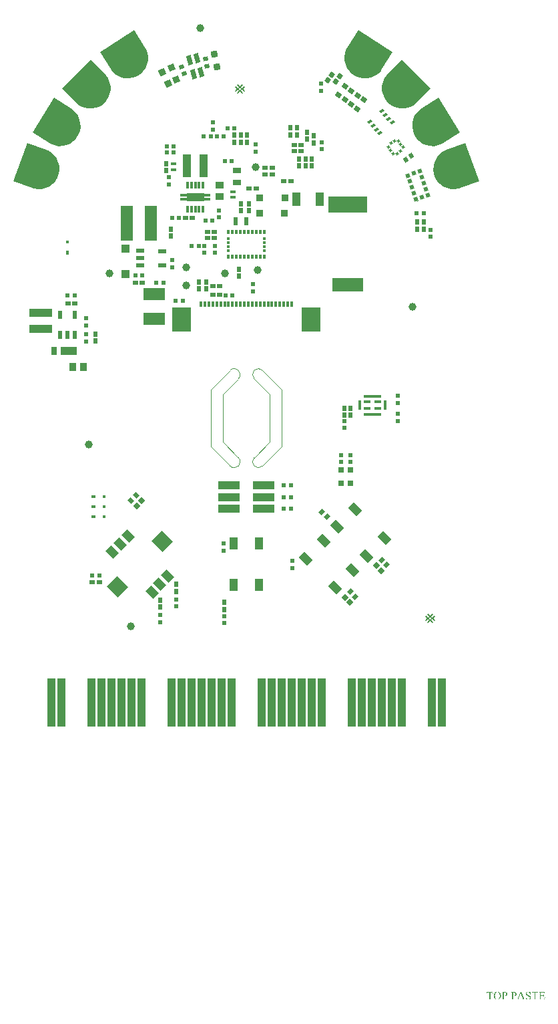
<source format=gtp>
G04*
G04 #@! TF.GenerationSoftware,Altium Limited,Altium Designer,18.1.9 (240)*
G04*
G04 Layer_Color=8421504*
%FSLAX44Y44*%
%MOMM*%
G71*
G01*
G75*
%ADD12C,0.1000*%
%ADD13C,0.1500*%
%ADD19C,0.1001*%
%ADD20R,0.5100X0.6000*%
%ADD21C,1.0000*%
G04:AMPARAMS|DCode=22|XSize=0.5mm|YSize=0.35mm|CornerRadius=0mm|HoleSize=0mm|Usage=FLASHONLY|Rotation=221.874|XOffset=0mm|YOffset=0mm|HoleType=Round|Shape=Rectangle|*
%AMROTATEDRECTD22*
4,1,4,0.0693,0.2972,0.3030,0.0366,-0.0693,-0.2972,-0.3030,-0.0366,0.0693,0.2972,0.0*
%
%ADD22ROTATEDRECTD22*%

G04:AMPARAMS|DCode=23|XSize=0.31mm|YSize=0.335mm|CornerRadius=0mm|HoleSize=0mm|Usage=FLASHONLY|Rotation=303.000|XOffset=0mm|YOffset=0mm|HoleType=Round|Shape=Rectangle|*
%AMROTATEDRECTD23*
4,1,4,-0.2249,0.0388,0.0561,0.2212,0.2249,-0.0388,-0.0561,-0.2212,-0.2249,0.0388,0.0*
%
%ADD23ROTATEDRECTD23*%

%ADD24R,2.4000X3.0500*%
%ADD25R,0.3000X0.8000*%
G04:AMPARAMS|DCode=26|XSize=1.2mm|YSize=0.6mm|CornerRadius=0mm|HoleSize=0mm|Usage=FLASHONLY|Rotation=105.969|XOffset=0mm|YOffset=0mm|HoleType=Round|Shape=Rectangle|*
%AMROTATEDRECTD26*
4,1,4,0.4535,-0.4943,-0.1234,-0.6594,-0.4535,0.4943,0.1234,0.6594,0.4535,-0.4943,0.0*
%
%ADD26ROTATEDRECTD26*%

G04:AMPARAMS|DCode=27|XSize=0.25mm|YSize=0.08mm|CornerRadius=0mm|HoleSize=0mm|Usage=FLASHONLY|Rotation=199.000|XOffset=0mm|YOffset=0mm|HoleType=Round|Shape=Rectangle|*
%AMROTATEDRECTD27*
4,1,4,0.1052,0.0785,0.1312,0.0029,-0.1052,-0.0785,-0.1312,-0.0029,0.1052,0.0785,0.0*
%
%ADD27ROTATEDRECTD27*%

%ADD28P,0.7071X4X244.0*%
%ADD29R,0.7000X0.4000*%
%ADD30R,0.5500X1.0500*%
%ADD31R,0.4000X0.4800*%
%ADD32R,0.3750X0.4170*%
%ADD33R,0.8000X1.0000*%
%ADD34R,2.0000X1.1000*%
%ADD35R,0.6200X0.6500*%
%ADD36R,0.6000X0.5100*%
%ADD37R,3.0000X1.0000*%
%ADD38R,0.8890X1.0414*%
%ADD39R,0.6500X0.6200*%
G04:AMPARAMS|DCode=40|XSize=0.335mm|YSize=0.31mm|CornerRadius=0mm|HoleSize=0mm|Usage=FLASHONLY|Rotation=303.000|XOffset=0mm|YOffset=0mm|HoleType=Round|Shape=Rectangle|*
%AMROTATEDRECTD40*
4,1,4,-0.2212,0.0561,0.0388,0.2249,0.2212,-0.0561,-0.0388,-0.2249,-0.2212,0.0561,0.0*
%
%ADD40ROTATEDRECTD40*%

G04:AMPARAMS|DCode=41|XSize=0.72mm|YSize=0.6mm|CornerRadius=0mm|HoleSize=0mm|Usage=FLASHONLY|Rotation=323.838|XOffset=0mm|YOffset=0mm|HoleType=Round|Shape=Rectangle|*
%AMROTATEDRECTD41*
4,1,4,-0.4677,-0.0298,-0.1136,0.4546,0.4677,0.0298,0.1136,-0.4546,-0.4677,-0.0298,0.0*
%
%ADD41ROTATEDRECTD41*%

%ADD42P,1.1314X4X338.0*%
%ADD43P,1.1314X4X341.0*%
%ADD44P,1.1314X4X144.5*%
%ADD45R,2.8000X1.0000*%
%ADD46R,0.8000X0.8000*%
%ADD47R,2.3000X0.3500*%
%ADD48R,0.3500X1.3000*%
%ADD49R,0.9500X0.4000*%
%ADD50R,1.5000X4.4000*%
%ADD51R,1.1176X1.7526*%
%ADD52R,4.0000X1.7000*%
%ADD53R,5.0000X2.0000*%
%ADD54R,1.0000X6.1470*%
%ADD55R,1.0000X3.0000*%
%ADD56R,0.4800X0.4000*%
%ADD57R,0.4170X0.3750*%
G04:AMPARAMS|DCode=58|XSize=0.51mm|YSize=0.6mm|CornerRadius=0mm|HoleSize=0mm|Usage=FLASHONLY|Rotation=135.000|XOffset=0mm|YOffset=0mm|HoleType=Round|Shape=Rectangle|*
%AMROTATEDRECTD58*
4,1,4,0.3925,0.0318,-0.0318,-0.3925,-0.3925,-0.0318,0.0318,0.3925,0.3925,0.0318,0.0*
%
%ADD58ROTATEDRECTD58*%

G04:AMPARAMS|DCode=59|XSize=0.51mm|YSize=0.6mm|CornerRadius=0mm|HoleSize=0mm|Usage=FLASHONLY|Rotation=45.000|XOffset=0mm|YOffset=0mm|HoleType=Round|Shape=Rectangle|*
%AMROTATEDRECTD59*
4,1,4,0.0318,-0.3925,-0.3925,0.0318,-0.0318,0.3925,0.3925,-0.0318,0.0318,-0.3925,0.0*
%
%ADD59ROTATEDRECTD59*%

G04:AMPARAMS|DCode=60|XSize=0.51mm|YSize=0.6mm|CornerRadius=0mm|HoleSize=0mm|Usage=FLASHONLY|Rotation=110.000|XOffset=0mm|YOffset=0mm|HoleType=Round|Shape=Rectangle|*
%AMROTATEDRECTD60*
4,1,4,0.3691,-0.1370,-0.1947,-0.3422,-0.3691,0.1370,0.1947,0.3422,0.3691,-0.1370,0.0*
%
%ADD60ROTATEDRECTD60*%

G04:AMPARAMS|DCode=61|XSize=0.51mm|YSize=0.6mm|CornerRadius=0mm|HoleSize=0mm|Usage=FLASHONLY|Rotation=102.500|XOffset=0mm|YOffset=0mm|HoleType=Round|Shape=Rectangle|*
%AMROTATEDRECTD61*
4,1,4,0.3481,-0.1840,-0.2377,-0.3139,-0.3481,0.1840,0.2377,0.3139,0.3481,-0.1840,0.0*
%
%ADD61ROTATEDRECTD61*%

G04:AMPARAMS|DCode=62|XSize=0.51mm|YSize=0.6mm|CornerRadius=0mm|HoleSize=0mm|Usage=FLASHONLY|Rotation=212.703|XOffset=0mm|YOffset=0mm|HoleType=Round|Shape=Rectangle|*
%AMROTATEDRECTD62*
4,1,4,0.0525,0.3902,0.3767,-0.1147,-0.0525,-0.3902,-0.3767,0.1147,0.0525,0.3902,0.0*
%
%ADD62ROTATEDRECTD62*%

G04:AMPARAMS|DCode=63|XSize=0.65mm|YSize=0.62mm|CornerRadius=0mm|HoleSize=0mm|Usage=FLASHONLY|Rotation=135.000|XOffset=0mm|YOffset=0mm|HoleType=Round|Shape=Rectangle|*
%AMROTATEDRECTD63*
4,1,4,0.4490,-0.0106,0.0106,-0.4490,-0.4490,0.0106,-0.0106,0.4490,0.4490,-0.0106,0.0*
%
%ADD63ROTATEDRECTD63*%

G04:AMPARAMS|DCode=64|XSize=0.65mm|YSize=0.62mm|CornerRadius=0mm|HoleSize=0mm|Usage=FLASHONLY|Rotation=225.000|XOffset=0mm|YOffset=0mm|HoleType=Round|Shape=Rectangle|*
%AMROTATEDRECTD64*
4,1,4,0.0106,0.4490,0.4490,0.0106,-0.0106,-0.4490,-0.4490,-0.0106,0.0106,0.4490,0.0*
%
%ADD64ROTATEDRECTD64*%

G04:AMPARAMS|DCode=65|XSize=0.65mm|YSize=0.62mm|CornerRadius=0mm|HoleSize=0mm|Usage=FLASHONLY|Rotation=233.000|XOffset=0mm|YOffset=0mm|HoleType=Round|Shape=Rectangle|*
%AMROTATEDRECTD65*
4,1,4,-0.0520,0.4461,0.4432,0.0730,0.0520,-0.4461,-0.4432,-0.0730,-0.0520,0.4461,0.0*
%
%ADD65ROTATEDRECTD65*%

%ADD66R,0.6000X1.1000*%
%ADD67R,0.9000X0.9500*%
%ADD68R,1.0414X0.8890*%
%ADD69R,1.0000X0.6500*%
%ADD70R,2.7940X1.5240*%
%ADD71R,1.1000X1.1000*%
%ADD72R,1.1000X0.6000*%
%ADD73R,0.3000X0.8750*%
%ADD74R,2.2000X1.1000*%
%ADD75R,0.8750X0.3000*%
%ADD76R,0.3000X0.5250*%
%ADD77R,0.4250X0.3000*%
G04:AMPARAMS|DCode=78|XSize=1.35mm|YSize=1mm|CornerRadius=0mm|HoleSize=0mm|Usage=FLASHONLY|Rotation=315.000|XOffset=0mm|YOffset=0mm|HoleType=Round|Shape=Rectangle|*
%AMROTATEDRECTD78*
4,1,4,-0.8309,0.1237,-0.1237,0.8309,0.8309,-0.1237,0.1237,-0.8309,-0.8309,0.1237,0.0*
%
%ADD78ROTATEDRECTD78*%

G04:AMPARAMS|DCode=79|XSize=2mm|YSize=1.8mm|CornerRadius=0mm|HoleSize=0mm|Usage=FLASHONLY|Rotation=315.000|XOffset=0mm|YOffset=0mm|HoleType=Round|Shape=Rectangle|*
%AMROTATEDRECTD79*
4,1,4,-1.3435,0.0707,-0.0707,1.3435,1.3435,-0.0707,0.0707,-1.3435,-1.3435,0.0707,0.0*
%
%ADD79ROTATEDRECTD79*%

G04:AMPARAMS|DCode=80|XSize=1.55mm|YSize=1mm|CornerRadius=0mm|HoleSize=0mm|Usage=FLASHONLY|Rotation=135.000|XOffset=0mm|YOffset=0mm|HoleType=Round|Shape=Rectangle|*
%AMROTATEDRECTD80*
4,1,4,0.9016,-0.1945,0.1945,-0.9016,-0.9016,0.1945,-0.1945,0.9016,0.9016,-0.1945,0.0*
%
%ADD80ROTATEDRECTD80*%

%ADD81R,1.0000X1.5500*%
G36*
X185701Y243567D02*
X172161Y222314D01*
X170798Y220175D01*
X167291Y216511D01*
X163136Y213601D01*
X158493Y211558D01*
X153541Y210461D01*
X148470Y210350D01*
X143475Y211231D01*
X138747Y213069D01*
X134469Y215795D01*
X130805Y219302D01*
X127896Y223457D01*
X125853Y228100D01*
X124755Y233052D01*
X124644Y238123D01*
X125525Y243118D01*
X127364Y247846D01*
X128726Y249985D01*
X142266Y271238D01*
X185701Y243567D01*
D02*
G37*
G36*
X-128606Y249795D02*
X-127262Y247644D01*
X-125465Y242901D01*
X-124628Y237898D01*
X-124783Y232828D01*
X-125924Y227885D01*
X-128007Y223261D01*
X-130953Y219131D01*
X-134647Y215656D01*
X-138949Y212968D01*
X-143692Y211171D01*
X-148695Y210334D01*
X-153765Y210489D01*
X-158707Y211630D01*
X-163332Y213713D01*
X-167461Y216658D01*
X-170937Y220353D01*
X-172281Y222504D01*
X-172281Y222504D01*
X-185635Y243874D01*
X-141960Y271165D01*
X-128606Y249795D01*
D02*
G37*
G36*
X234016Y197601D02*
X216197Y179781D01*
X214404Y177988D01*
X210187Y175170D01*
X205501Y173229D01*
X200526Y172239D01*
X195453D01*
X190478Y173229D01*
X185792Y175170D01*
X181575Y177988D01*
X177988Y181575D01*
X175170Y185792D01*
X173229Y190478D01*
X172239Y195453D01*
Y200526D01*
X173229Y205501D01*
X175170Y210187D01*
X177988Y214404D01*
X179781Y216197D01*
X179781D01*
X197601Y234017D01*
X234016Y197601D01*
D02*
G37*
G36*
X-179781Y216197D02*
X-177988Y214404D01*
X-175170Y210187D01*
X-173229Y205501D01*
X-172239Y200526D01*
Y195453D01*
X-173229Y190478D01*
X-175170Y185792D01*
X-177988Y181575D01*
X-181575Y177988D01*
X-185792Y175170D01*
X-190478Y173229D01*
X-195453Y172239D01*
X-200526D01*
X-205501Y173229D01*
X-210187Y175170D01*
X-214404Y177988D01*
X-216197Y179781D01*
X-216197Y179781D01*
X-234017Y197601D01*
X-197601Y234016D01*
X-179781Y216197D01*
D02*
G37*
G36*
X271238Y142266D02*
X249985Y128726D01*
X247846Y127364D01*
X243118Y125525D01*
X238123Y124644D01*
X233052Y124755D01*
X228100Y125853D01*
X223457Y127896D01*
X219302Y130805D01*
X215795Y134469D01*
X213069Y138747D01*
X211231Y143475D01*
X210350Y148470D01*
X210461Y153541D01*
X211558Y158493D01*
X213601Y163136D01*
X216511Y167291D01*
X220175Y170798D01*
X222314Y172161D01*
X222314Y172161D01*
X243567Y185701D01*
X271238Y142266D01*
D02*
G37*
G36*
X-222314Y172161D02*
X-220175Y170798D01*
X-216511Y167291D01*
X-213601Y163136D01*
X-211558Y158493D01*
X-210461Y153541D01*
X-210350Y148470D01*
X-211231Y143475D01*
X-213069Y138747D01*
X-215795Y134469D01*
X-219302Y130805D01*
X-223457Y127896D01*
X-228100Y125853D01*
X-233052Y124755D01*
X-238123Y124644D01*
X-243118Y125525D01*
X-247846Y127364D01*
X-249985Y128726D01*
X-249985D01*
X-271238Y142266D01*
X-243567Y185701D01*
X-222314Y172161D01*
D02*
G37*
G36*
X295601Y80187D02*
X271920Y71568D01*
X269537Y70701D01*
X264524Y69929D01*
X259457Y70151D01*
X254529Y71356D01*
X249932Y73500D01*
X245842Y76499D01*
X242415Y80239D01*
X239784Y84575D01*
X238049Y89342D01*
X237277Y94355D01*
X237499Y99422D01*
X238704Y104349D01*
X240848Y108946D01*
X243847Y113037D01*
X247587Y116464D01*
X251923Y119095D01*
X254306Y119963D01*
Y119963D01*
X277987Y128581D01*
X295601Y80187D01*
D02*
G37*
G36*
X-254306Y119963D02*
X-251923Y119095D01*
X-247587Y116464D01*
X-243847Y113037D01*
X-240848Y108946D01*
X-238704Y104349D01*
X-237499Y99422D01*
X-237277Y94355D01*
X-238049Y89342D01*
X-239784Y84575D01*
X-242415Y80239D01*
X-245842Y76499D01*
X-249932Y73500D01*
X-254529Y71356D01*
X-259457Y70151D01*
X-264524Y69929D01*
X-269537Y70701D01*
X-271920Y71568D01*
X-295601Y80187D01*
X-277987Y128581D01*
X-254306Y119963D01*
D02*
G37*
G36*
X360316Y-949824D02*
X360049D01*
Y-949809D01*
Y-949780D01*
X360035Y-949735D01*
X360020Y-949661D01*
X359990Y-949498D01*
X359946Y-949276D01*
X359887Y-949039D01*
X359798Y-948787D01*
X359709Y-948536D01*
X359590Y-948314D01*
X359576Y-948284D01*
X359531Y-948225D01*
X359457Y-948121D01*
X359353Y-947988D01*
X359220Y-947855D01*
X359057Y-947706D01*
X358880Y-947558D01*
X358657Y-947425D01*
X358628Y-947410D01*
X358554Y-947366D01*
X358435Y-947321D01*
X358272Y-947247D01*
X358080Y-947188D01*
X357873Y-947144D01*
X357636Y-947099D01*
X357399Y-947085D01*
X357280D01*
X357147Y-947114D01*
X356969Y-947144D01*
X356777Y-947203D01*
X356570Y-947277D01*
X356377Y-947395D01*
X356185Y-947543D01*
X356170Y-947558D01*
X356110Y-947618D01*
X356036Y-947721D01*
X355947Y-947840D01*
X355859Y-947988D01*
X355785Y-948166D01*
X355725Y-948358D01*
X355711Y-948565D01*
Y-948580D01*
Y-948639D01*
X355725Y-948713D01*
X355755Y-948832D01*
X355785Y-948950D01*
X355829Y-949084D01*
X355903Y-949217D01*
X356007Y-949365D01*
X356036Y-949395D01*
X356066Y-949424D01*
X356096Y-949454D01*
X356155Y-949513D01*
X356229Y-949572D01*
X356333Y-949646D01*
X356436Y-949735D01*
X356570Y-949824D01*
X356717Y-949942D01*
X356880Y-950046D01*
X357073Y-950179D01*
X357295Y-950313D01*
X357532Y-950461D01*
X357799Y-950609D01*
X358095Y-950772D01*
X358110Y-950787D01*
X358154Y-950801D01*
X358228Y-950846D01*
X358317Y-950890D01*
X358420Y-950949D01*
X358539Y-951023D01*
X358820Y-951186D01*
X359131Y-951364D01*
X359427Y-951542D01*
X359694Y-951720D01*
X359813Y-951808D01*
X359916Y-951882D01*
X359946Y-951897D01*
X360005Y-951956D01*
X360094Y-952030D01*
X360197Y-952134D01*
X360331Y-952267D01*
X360449Y-952430D01*
X360583Y-952593D01*
X360686Y-952786D01*
X360701Y-952815D01*
X360731Y-952875D01*
X360775Y-952978D01*
X360819Y-953111D01*
X360864Y-953274D01*
X360908Y-953467D01*
X360938Y-953674D01*
X360953Y-953882D01*
Y-953896D01*
Y-953926D01*
Y-953985D01*
X360938Y-954059D01*
X360923Y-954163D01*
X360908Y-954267D01*
X360849Y-954518D01*
X360745Y-954814D01*
X360686Y-954962D01*
X360597Y-955125D01*
X360494Y-955288D01*
X360390Y-955436D01*
X360257Y-955599D01*
X360109Y-955747D01*
X360094Y-955762D01*
X360064Y-955777D01*
X360020Y-955821D01*
X359961Y-955866D01*
X359872Y-955925D01*
X359768Y-955999D01*
X359650Y-956073D01*
X359516Y-956132D01*
X359368Y-956206D01*
X359205Y-956280D01*
X358835Y-956414D01*
X358406Y-956503D01*
X358184Y-956517D01*
X357932Y-956532D01*
X357784D01*
X357680Y-956517D01*
X357562D01*
X357428Y-956503D01*
X357147Y-956458D01*
X357132D01*
X357103Y-956443D01*
X357043D01*
X356954Y-956414D01*
X356836Y-956384D01*
X356673Y-956340D01*
X356481Y-956280D01*
X356244Y-956206D01*
X356214Y-956191D01*
X356140Y-956177D01*
X356022Y-956132D01*
X355888Y-956088D01*
X355740Y-956058D01*
X355592Y-956014D01*
X355474Y-955999D01*
X355385Y-955984D01*
X355355D01*
X355281Y-955999D01*
X355192Y-956029D01*
X355103Y-956103D01*
X355089Y-956117D01*
X355074Y-956147D01*
X355044Y-956191D01*
X355029Y-956251D01*
X355000Y-956325D01*
X354970Y-956414D01*
X354955Y-956532D01*
X354689D01*
Y-953260D01*
X354955D01*
Y-953274D01*
X354970Y-953304D01*
Y-953363D01*
X354985Y-953422D01*
X355000Y-953511D01*
X355029Y-953615D01*
X355089Y-953837D01*
X355148Y-954089D01*
X355237Y-954355D01*
X355340Y-954592D01*
X355444Y-954814D01*
X355459Y-954829D01*
X355503Y-954903D01*
X355577Y-954992D01*
X355681Y-955110D01*
X355814Y-955244D01*
X355977Y-955377D01*
X356170Y-955525D01*
X356392Y-955658D01*
X356407D01*
X356421Y-955673D01*
X356510Y-955703D01*
X356629Y-955762D01*
X356806Y-955821D01*
X357014Y-955881D01*
X357251Y-955940D01*
X357502Y-955969D01*
X357784Y-955984D01*
X357873D01*
X357932Y-955969D01*
X358095Y-955955D01*
X358287Y-955925D01*
X358509Y-955866D01*
X358746Y-955792D01*
X358968Y-955673D01*
X359176Y-955525D01*
X359205Y-955510D01*
X359265Y-955436D01*
X359339Y-955348D01*
X359442Y-955214D01*
X359531Y-955051D01*
X359620Y-954859D01*
X359679Y-954651D01*
X359694Y-954415D01*
Y-954400D01*
Y-954355D01*
X359679Y-954281D01*
X359664Y-954192D01*
X359650Y-954089D01*
X359605Y-953970D01*
X359561Y-953837D01*
X359487Y-953704D01*
X359472Y-953689D01*
X359457Y-953644D01*
X359398Y-953570D01*
X359339Y-953482D01*
X359265Y-953378D01*
X359161Y-953274D01*
X359042Y-953156D01*
X358894Y-953037D01*
X358880Y-953023D01*
X358835Y-952993D01*
X358746Y-952934D01*
X358598Y-952845D01*
X358509Y-952786D01*
X358406Y-952712D01*
X358272Y-952638D01*
X358139Y-952563D01*
X357976Y-952475D01*
X357799Y-952371D01*
X357606Y-952253D01*
X357384Y-952134D01*
X357369Y-952119D01*
X357325Y-952104D01*
X357266Y-952075D01*
X357191Y-952016D01*
X357088Y-951956D01*
X356969Y-951897D01*
X356703Y-951734D01*
X356421Y-951571D01*
X356125Y-951379D01*
X355859Y-951201D01*
X355740Y-951112D01*
X355637Y-951038D01*
X355607Y-951023D01*
X355548Y-950964D01*
X355459Y-950875D01*
X355340Y-950772D01*
X355222Y-950639D01*
X355089Y-950476D01*
X354955Y-950313D01*
X354852Y-950135D01*
X354837Y-950105D01*
X354807Y-950046D01*
X354763Y-949942D01*
X354718Y-949809D01*
X354674Y-949661D01*
X354630Y-949469D01*
X354600Y-949276D01*
X354585Y-949054D01*
Y-949039D01*
Y-949010D01*
Y-948950D01*
X354600Y-948876D01*
X354615Y-948787D01*
X354630Y-948684D01*
X354689Y-948447D01*
X354778Y-948166D01*
X354911Y-947869D01*
X355000Y-947721D01*
X355118Y-947558D01*
X355237Y-947425D01*
X355370Y-947277D01*
X355385Y-947262D01*
X355400Y-947247D01*
X355444Y-947203D01*
X355518Y-947159D01*
X355592Y-947099D01*
X355681Y-947040D01*
X355799Y-946966D01*
X355918Y-946892D01*
X356214Y-946759D01*
X356555Y-946640D01*
X356940Y-946551D01*
X357162Y-946537D01*
X357384Y-946522D01*
X357517D01*
X357665Y-946537D01*
X357873Y-946566D01*
X358110Y-946611D01*
X358391Y-946685D01*
X358687Y-946774D01*
X358998Y-946907D01*
X359013D01*
X359057Y-946936D01*
X359131Y-946951D01*
X359220Y-946981D01*
X359398Y-947040D01*
X359487Y-947055D01*
X359561Y-947070D01*
X359590D01*
X359664Y-947055D01*
X359768Y-947025D01*
X359857Y-946966D01*
X359872Y-946951D01*
X359901Y-946922D01*
X359931Y-946877D01*
X359961Y-946818D01*
X359990Y-946729D01*
X360020Y-946640D01*
X360049Y-946522D01*
X360316D01*
Y-949824D01*
D02*
G37*
G36*
X378323Y-948847D02*
X378041D01*
Y-948832D01*
Y-948817D01*
X378012Y-948728D01*
X377982Y-948595D01*
X377938Y-948432D01*
X377893Y-948254D01*
X377834Y-948091D01*
X377760Y-947929D01*
X377701Y-947810D01*
X377686Y-947795D01*
X377671Y-947766D01*
X377627Y-947706D01*
X377567Y-947647D01*
X377494Y-947588D01*
X377405Y-947514D01*
X377286Y-947440D01*
X377168Y-947381D01*
X377153D01*
X377108Y-947366D01*
X377034Y-947336D01*
X376946Y-947321D01*
X376797Y-947292D01*
X376635Y-947277D01*
X376427Y-947262D01*
X373554D01*
Y-951038D01*
X375805D01*
X375939Y-951023D01*
X376116Y-951009D01*
X376294Y-950979D01*
X376472Y-950935D01*
X376635Y-950875D01*
X376753Y-950801D01*
X376768Y-950787D01*
X376812Y-950742D01*
X376871Y-950653D01*
X376946Y-950535D01*
X377020Y-950372D01*
X377079Y-950179D01*
X377138Y-949928D01*
X377168Y-949646D01*
X377434D01*
Y-952978D01*
X377168D01*
Y-952963D01*
Y-952949D01*
X377153Y-952860D01*
X377123Y-952741D01*
X377108Y-952608D01*
X377079Y-952460D01*
X377034Y-952312D01*
X377005Y-952178D01*
X376960Y-952090D01*
Y-952075D01*
X376931Y-952045D01*
X376871Y-951956D01*
X376812Y-951897D01*
X376738Y-951823D01*
X376649Y-951764D01*
X376546Y-951705D01*
X376531D01*
X376487Y-951675D01*
X376427Y-951660D01*
X376338Y-951631D01*
X376205Y-951601D01*
X376057Y-951586D01*
X375879Y-951557D01*
X373554D01*
Y-954725D01*
Y-954755D01*
Y-954829D01*
Y-954933D01*
Y-955066D01*
X373569Y-955199D01*
Y-955318D01*
X373584Y-955436D01*
X373599Y-955510D01*
X373614Y-955525D01*
X373643Y-955584D01*
X373703Y-955658D01*
X373791Y-955718D01*
X373806D01*
X373821Y-955732D01*
X373865Y-955747D01*
X373910D01*
X373984Y-955762D01*
X374088Y-955777D01*
X374206Y-955792D01*
X376250D01*
X376427Y-955777D01*
X376620Y-955762D01*
X376812Y-955747D01*
X376990Y-955718D01*
X377153Y-955688D01*
X377168D01*
X377212Y-955658D01*
X377286Y-955629D01*
X377375Y-955584D01*
X377494Y-955525D01*
X377612Y-955451D01*
X377730Y-955362D01*
X377864Y-955244D01*
X377878Y-955229D01*
X377938Y-955155D01*
X378027Y-955051D01*
X378145Y-954903D01*
X378278Y-954725D01*
X378426Y-954489D01*
X378589Y-954222D01*
X378767Y-953911D01*
X379048D01*
X378219Y-956310D01*
X370845D01*
Y-956043D01*
X371230D01*
X371289Y-956029D01*
X371378D01*
X371585Y-955984D01*
X371807Y-955895D01*
X371822D01*
X371852Y-955866D01*
X371940Y-955807D01*
X372044Y-955703D01*
X372089Y-955629D01*
X372118Y-955555D01*
Y-955540D01*
X372133Y-955510D01*
X372148Y-955451D01*
X372163Y-955348D01*
X372177Y-955229D01*
X372192Y-955066D01*
X372207Y-954859D01*
Y-954622D01*
Y-948402D01*
Y-948388D01*
Y-948358D01*
Y-948314D01*
Y-948254D01*
X372192Y-948106D01*
X372177Y-947929D01*
X372163Y-947736D01*
X372133Y-947558D01*
X372074Y-947395D01*
X372044Y-947336D01*
X372014Y-947292D01*
X372000Y-947277D01*
X371970Y-947247D01*
X371911Y-947203D01*
X371822Y-947144D01*
X371703Y-947099D01*
X371555Y-947055D01*
X371378Y-947025D01*
X371170Y-947010D01*
X370845D01*
Y-946744D01*
X378219D01*
X378323Y-948847D01*
D02*
G37*
G36*
X370178Y-948980D02*
X369897D01*
Y-948950D01*
X369882Y-948876D01*
X369867Y-948773D01*
X369838Y-948654D01*
X369778Y-948373D01*
X369734Y-948240D01*
X369689Y-948136D01*
X369675Y-948121D01*
X369645Y-948077D01*
X369601Y-948003D01*
X369527Y-947914D01*
X369453Y-947810D01*
X369349Y-947721D01*
X369230Y-947618D01*
X369097Y-947543D01*
X369082Y-947529D01*
X369038Y-947514D01*
X368949Y-947484D01*
X368845Y-947440D01*
X368712Y-947395D01*
X368549Y-947366D01*
X368357Y-947351D01*
X368149Y-947336D01*
X366817D01*
Y-954651D01*
Y-954666D01*
Y-954696D01*
Y-954740D01*
Y-954800D01*
X366832Y-954948D01*
X366846Y-955125D01*
X366861Y-955318D01*
X366891Y-955496D01*
X366935Y-955644D01*
X366965Y-955718D01*
X366994Y-955762D01*
X367009Y-955777D01*
X367039Y-955807D01*
X367113Y-955851D01*
X367202Y-955895D01*
X367320Y-955955D01*
X367453Y-955999D01*
X367631Y-956029D01*
X367824Y-956043D01*
X368164D01*
Y-956310D01*
X364107D01*
Y-956043D01*
X364551D01*
X364655Y-956029D01*
X364788Y-955999D01*
X364921Y-955955D01*
X365069Y-955895D01*
X365203Y-955807D01*
X365306Y-955688D01*
X365321Y-955673D01*
X365336Y-955644D01*
X365365Y-955570D01*
X365395Y-955481D01*
X365425Y-955333D01*
X365440Y-955155D01*
X365469Y-954933D01*
Y-954651D01*
Y-947336D01*
X364092D01*
X363944Y-947351D01*
X363633Y-947381D01*
X363485Y-947410D01*
X363366Y-947440D01*
X363352D01*
X363307Y-947469D01*
X363233Y-947499D01*
X363144Y-947558D01*
X363055Y-947618D01*
X362937Y-947721D01*
X362833Y-947825D01*
X362730Y-947958D01*
X362715Y-947973D01*
X362685Y-948032D01*
X362641Y-948106D01*
X362596Y-948225D01*
X362552Y-948373D01*
X362493Y-948550D01*
X362463Y-948758D01*
X362434Y-948980D01*
X362167D01*
X362271Y-946744D01*
X370075D01*
X370178Y-948980D01*
D02*
G37*
G36*
X312811D02*
X312530D01*
Y-948950D01*
X312515Y-948876D01*
X312500Y-948773D01*
X312471Y-948654D01*
X312411Y-948373D01*
X312367Y-948240D01*
X312323Y-948136D01*
X312308Y-948121D01*
X312278Y-948077D01*
X312234Y-948003D01*
X312160Y-947914D01*
X312086Y-947810D01*
X311982Y-947721D01*
X311863Y-947618D01*
X311730Y-947543D01*
X311715Y-947529D01*
X311671Y-947514D01*
X311582Y-947484D01*
X311479Y-947440D01*
X311345Y-947395D01*
X311182Y-947366D01*
X310990Y-947351D01*
X310783Y-947336D01*
X309450D01*
Y-954651D01*
Y-954666D01*
Y-954696D01*
Y-954740D01*
Y-954800D01*
X309465Y-954948D01*
X309479Y-955125D01*
X309494Y-955318D01*
X309524Y-955496D01*
X309568Y-955644D01*
X309598Y-955718D01*
X309627Y-955762D01*
X309642Y-955777D01*
X309672Y-955807D01*
X309746Y-955851D01*
X309835Y-955895D01*
X309953Y-955955D01*
X310086Y-955999D01*
X310264Y-956029D01*
X310457Y-956043D01*
X310797D01*
Y-956310D01*
X306740D01*
Y-956043D01*
X307184D01*
X307288Y-956029D01*
X307421Y-955999D01*
X307554Y-955955D01*
X307702Y-955895D01*
X307836Y-955807D01*
X307939Y-955688D01*
X307954Y-955673D01*
X307969Y-955644D01*
X307999Y-955570D01*
X308028Y-955481D01*
X308058Y-955333D01*
X308073Y-955155D01*
X308102Y-954933D01*
Y-954651D01*
Y-947336D01*
X306725D01*
X306577Y-947351D01*
X306266Y-947381D01*
X306118Y-947410D01*
X306000Y-947440D01*
X305985D01*
X305940Y-947469D01*
X305866Y-947499D01*
X305777Y-947558D01*
X305688Y-947618D01*
X305570Y-947721D01*
X305466Y-947825D01*
X305363Y-947958D01*
X305348Y-947973D01*
X305318Y-948032D01*
X305274Y-948106D01*
X305229Y-948225D01*
X305185Y-948373D01*
X305126Y-948550D01*
X305096Y-948758D01*
X305067Y-948980D01*
X304800D01*
X304904Y-946744D01*
X312708D01*
X312811Y-948980D01*
D02*
G37*
G36*
X339318Y-946759D02*
X339436D01*
X339718Y-946774D01*
X340043Y-946803D01*
X340384Y-946862D01*
X340710Y-946922D01*
X341006Y-947010D01*
X341021D01*
X341036Y-947025D01*
X341124Y-947055D01*
X341273Y-947129D01*
X341436Y-947218D01*
X341643Y-947351D01*
X341850Y-947499D01*
X342057Y-947692D01*
X342250Y-947914D01*
X342280Y-947943D01*
X342339Y-948017D01*
X342413Y-948151D01*
X342517Y-948328D01*
X342605Y-948550D01*
X342694Y-948802D01*
X342753Y-949084D01*
X342768Y-949395D01*
Y-949409D01*
Y-949439D01*
Y-949513D01*
X342753Y-949587D01*
X342739Y-949691D01*
X342724Y-949809D01*
X342665Y-950076D01*
X342576Y-950372D01*
X342442Y-950698D01*
X342354Y-950846D01*
X342250Y-951009D01*
X342117Y-951157D01*
X341983Y-951305D01*
X341969Y-951320D01*
X341954Y-951334D01*
X341909Y-951364D01*
X341835Y-951423D01*
X341761Y-951468D01*
X341672Y-951527D01*
X341554Y-951601D01*
X341421Y-951660D01*
X341273Y-951734D01*
X341110Y-951794D01*
X340932Y-951868D01*
X340740Y-951912D01*
X340532Y-951956D01*
X340310Y-952001D01*
X340058Y-952016D01*
X339807Y-952030D01*
X339585D01*
X339466Y-952016D01*
X339347D01*
X339051Y-951986D01*
X339037D01*
X338977Y-951971D01*
X338903D01*
X338800Y-951956D01*
X338666Y-951927D01*
X338533Y-951897D01*
X338207Y-951838D01*
Y-954622D01*
Y-954637D01*
Y-954666D01*
Y-954711D01*
Y-954770D01*
X338222Y-954918D01*
X338237Y-955096D01*
X338252Y-955288D01*
X338296Y-955481D01*
X338341Y-955629D01*
X338370Y-955703D01*
X338400Y-955747D01*
X338415Y-955762D01*
X338444Y-955792D01*
X338518Y-955836D01*
X338607Y-955895D01*
X338711Y-955955D01*
X338844Y-955999D01*
X339007Y-956029D01*
X339199Y-956043D01*
X339570D01*
Y-956310D01*
X335497D01*
Y-956043D01*
X335956D01*
X336060Y-956029D01*
X336179Y-955999D01*
X336327Y-955955D01*
X336460Y-955881D01*
X336593Y-955792D01*
X336712Y-955658D01*
Y-955644D01*
X336741Y-955614D01*
X336756Y-955540D01*
X336786Y-955451D01*
X336815Y-955303D01*
X336830Y-955125D01*
X336860Y-954903D01*
Y-954622D01*
Y-948432D01*
Y-948417D01*
Y-948388D01*
Y-948343D01*
Y-948284D01*
X336845Y-948136D01*
X336830Y-947958D01*
X336815Y-947766D01*
X336786Y-947588D01*
X336726Y-947425D01*
X336697Y-947366D01*
X336667Y-947321D01*
X336652Y-947307D01*
X336623Y-947277D01*
X336549Y-947218D01*
X336460Y-947159D01*
X336342Y-947114D01*
X336208Y-947055D01*
X336045Y-947025D01*
X335853Y-947010D01*
X335497D01*
Y-946744D01*
X339199D01*
X339318Y-946759D01*
D02*
G37*
G36*
X327679D02*
X327797D01*
X328078Y-946774D01*
X328404Y-946803D01*
X328745Y-946862D01*
X329071Y-946922D01*
X329367Y-947010D01*
X329382D01*
X329396Y-947025D01*
X329485Y-947055D01*
X329633Y-947129D01*
X329796Y-947218D01*
X330004Y-947351D01*
X330211Y-947499D01*
X330418Y-947692D01*
X330611Y-947914D01*
X330640Y-947943D01*
X330700Y-948017D01*
X330774Y-948151D01*
X330877Y-948328D01*
X330966Y-948550D01*
X331055Y-948802D01*
X331114Y-949084D01*
X331129Y-949395D01*
Y-949409D01*
Y-949439D01*
Y-949513D01*
X331114Y-949587D01*
X331099Y-949691D01*
X331085Y-949809D01*
X331025Y-950076D01*
X330937Y-950372D01*
X330803Y-950698D01*
X330714Y-950846D01*
X330611Y-951009D01*
X330477Y-951157D01*
X330344Y-951305D01*
X330329Y-951320D01*
X330314Y-951334D01*
X330270Y-951364D01*
X330196Y-951423D01*
X330122Y-951468D01*
X330033Y-951527D01*
X329915Y-951601D01*
X329781Y-951660D01*
X329633Y-951734D01*
X329470Y-951794D01*
X329293Y-951868D01*
X329100Y-951912D01*
X328893Y-951956D01*
X328671Y-952001D01*
X328419Y-952016D01*
X328167Y-952030D01*
X327945D01*
X327827Y-952016D01*
X327708D01*
X327412Y-951986D01*
X327397D01*
X327338Y-951971D01*
X327264D01*
X327160Y-951956D01*
X327027Y-951927D01*
X326894Y-951897D01*
X326568Y-951838D01*
Y-954622D01*
Y-954637D01*
Y-954666D01*
Y-954711D01*
Y-954770D01*
X326583Y-954918D01*
X326598Y-955096D01*
X326613Y-955288D01*
X326657Y-955481D01*
X326701Y-955629D01*
X326731Y-955703D01*
X326761Y-955747D01*
X326775Y-955762D01*
X326805Y-955792D01*
X326879Y-955836D01*
X326968Y-955895D01*
X327071Y-955955D01*
X327205Y-955999D01*
X327368Y-956029D01*
X327560Y-956043D01*
X327930D01*
Y-956310D01*
X323858D01*
Y-956043D01*
X324317D01*
X324421Y-956029D01*
X324539Y-955999D01*
X324687Y-955955D01*
X324821Y-955881D01*
X324954Y-955792D01*
X325072Y-955658D01*
Y-955644D01*
X325102Y-955614D01*
X325117Y-955540D01*
X325146Y-955451D01*
X325176Y-955303D01*
X325191Y-955125D01*
X325220Y-954903D01*
Y-954622D01*
Y-948432D01*
Y-948417D01*
Y-948388D01*
Y-948343D01*
Y-948284D01*
X325206Y-948136D01*
X325191Y-947958D01*
X325176Y-947766D01*
X325146Y-947588D01*
X325087Y-947425D01*
X325058Y-947366D01*
X325028Y-947321D01*
X325013Y-947307D01*
X324984Y-947277D01*
X324910Y-947218D01*
X324821Y-947159D01*
X324702Y-947114D01*
X324569Y-947055D01*
X324406Y-947025D01*
X324214Y-947010D01*
X323858D01*
Y-946744D01*
X327560D01*
X327679Y-946759D01*
D02*
G37*
G36*
X351890Y-954489D02*
Y-954503D01*
X351905Y-954533D01*
X351935Y-954577D01*
X351964Y-954637D01*
X352038Y-954814D01*
X352127Y-955007D01*
X352245Y-955214D01*
X352364Y-955422D01*
X352497Y-955599D01*
X352556Y-955673D01*
X352616Y-955732D01*
X352631Y-955747D01*
X352675Y-955777D01*
X352749Y-955821D01*
X352853Y-955881D01*
X352986Y-955925D01*
X353134Y-955984D01*
X353312Y-956014D01*
X353519Y-956043D01*
Y-956310D01*
X349758D01*
Y-956043D01*
X349846D01*
X349950Y-956029D01*
X350069Y-956014D01*
X350320Y-955955D01*
X350424Y-955925D01*
X350513Y-955866D01*
X350528Y-955851D01*
X350542Y-955836D01*
X350617Y-955747D01*
X350691Y-955629D01*
X350705Y-955555D01*
X350720Y-955466D01*
Y-955451D01*
Y-955407D01*
X350705Y-955333D01*
X350691Y-955229D01*
X350646Y-955096D01*
X350602Y-954918D01*
X350528Y-954725D01*
X350439Y-954489D01*
X349876Y-953111D01*
X346174D01*
X345537Y-954622D01*
X345523Y-954651D01*
X345493Y-954711D01*
X345463Y-954814D01*
X345419Y-954933D01*
X345330Y-955214D01*
X345300Y-955333D01*
X345286Y-955451D01*
Y-955466D01*
Y-955481D01*
X345315Y-955584D01*
X345374Y-955703D01*
X345419Y-955777D01*
X345493Y-955836D01*
X345508D01*
X345537Y-955866D01*
X345597Y-955895D01*
X345685Y-955925D01*
X345804Y-955955D01*
X345967Y-955999D01*
X346159Y-956029D01*
X346396Y-956043D01*
Y-956310D01*
X343375D01*
Y-956043D01*
X343405D01*
X343479Y-956029D01*
X343583Y-955999D01*
X343701Y-955969D01*
X343834Y-955925D01*
X343953Y-955881D01*
X344071Y-955836D01*
X344145Y-955777D01*
X344160Y-955762D01*
X344205Y-955703D01*
X344279Y-955614D01*
X344382Y-955481D01*
X344501Y-955288D01*
X344634Y-955051D01*
X344708Y-954918D01*
X344782Y-954755D01*
X344871Y-954592D01*
X344945Y-954400D01*
X348321Y-946522D01*
X348558D01*
X351890Y-954489D01*
D02*
G37*
G36*
X318631Y-946537D02*
X318764D01*
X318927Y-946566D01*
X319105Y-946596D01*
X319327Y-946640D01*
X319549Y-946700D01*
X319801Y-946774D01*
X320052Y-946862D01*
X320319Y-946981D01*
X320586Y-947114D01*
X320867Y-947277D01*
X321133Y-947469D01*
X321400Y-947692D01*
X321666Y-947943D01*
X321681Y-947958D01*
X321726Y-948003D01*
X321800Y-948091D01*
X321889Y-948195D01*
X321992Y-948343D01*
X322096Y-948506D01*
X322229Y-948699D01*
X322363Y-948921D01*
X322481Y-949158D01*
X322614Y-949439D01*
X322718Y-949720D01*
X322836Y-950031D01*
X322910Y-950372D01*
X322985Y-950727D01*
X323029Y-951097D01*
X323044Y-951482D01*
Y-951512D01*
Y-951571D01*
X323029Y-951690D01*
Y-951838D01*
X322999Y-952030D01*
X322970Y-952253D01*
X322925Y-952489D01*
X322866Y-952756D01*
X322792Y-953023D01*
X322703Y-953319D01*
X322599Y-953615D01*
X322466Y-953926D01*
X322303Y-954222D01*
X322126Y-954533D01*
X321903Y-954814D01*
X321666Y-955096D01*
X321652Y-955110D01*
X321607Y-955155D01*
X321533Y-955229D01*
X321415Y-955318D01*
X321282Y-955422D01*
X321133Y-955555D01*
X320941Y-955673D01*
X320734Y-955807D01*
X320497Y-955955D01*
X320245Y-956073D01*
X319978Y-956191D01*
X319682Y-956310D01*
X319371Y-956399D01*
X319046Y-956473D01*
X318690Y-956517D01*
X318335Y-956532D01*
X318246D01*
X318142Y-956517D01*
X318009Y-956503D01*
X317831Y-956488D01*
X317639Y-956458D01*
X317417Y-956414D01*
X317180Y-956354D01*
X316928Y-956280D01*
X316661Y-956191D01*
X316380Y-956073D01*
X316099Y-955940D01*
X315817Y-955792D01*
X315551Y-955599D01*
X315284Y-955392D01*
X315018Y-955140D01*
X315003Y-955125D01*
X314958Y-955081D01*
X314899Y-954992D01*
X314810Y-954888D01*
X314707Y-954740D01*
X314603Y-954577D01*
X314470Y-954385D01*
X314351Y-954163D01*
X314233Y-953911D01*
X314114Y-953630D01*
X313996Y-953334D01*
X313892Y-953008D01*
X313803Y-952667D01*
X313744Y-952297D01*
X313700Y-951912D01*
X313685Y-951497D01*
Y-951468D01*
Y-951394D01*
X313700Y-951275D01*
X313715Y-951112D01*
X313729Y-950920D01*
X313774Y-950698D01*
X313818Y-950446D01*
X313877Y-950179D01*
X313966Y-949883D01*
X314055Y-949587D01*
X314188Y-949276D01*
X314336Y-948965D01*
X314514Y-948654D01*
X314722Y-948358D01*
X314958Y-948062D01*
X315225Y-947781D01*
X315240Y-947766D01*
X315284Y-947721D01*
X315358Y-947662D01*
X315462Y-947588D01*
X315595Y-947484D01*
X315758Y-947381D01*
X315936Y-947262D01*
X316128Y-947144D01*
X316365Y-947040D01*
X316602Y-946922D01*
X316869Y-946818D01*
X317150Y-946714D01*
X317461Y-946640D01*
X317772Y-946581D01*
X318113Y-946537D01*
X318453Y-946522D01*
X318542D01*
X318631Y-946537D01*
D02*
G37*
%LPC*%
G36*
X339125Y-947321D02*
X338977D01*
X338874Y-947336D01*
X338740Y-947351D01*
X338592Y-947381D01*
X338415Y-947425D01*
X338207Y-947469D01*
Y-951438D01*
X338222D01*
X338266Y-951453D01*
X338341Y-951468D01*
X338429Y-951482D01*
X338637Y-951512D01*
X338859Y-951542D01*
X338903D01*
X338963Y-951557D01*
X339037D01*
X339185Y-951571D01*
X339377D01*
X339466Y-951557D01*
X339614Y-951542D01*
X339792Y-951497D01*
X339984Y-951438D01*
X340192Y-951334D01*
X340414Y-951201D01*
X340621Y-951009D01*
X340651Y-950979D01*
X340710Y-950905D01*
X340784Y-950787D01*
X340888Y-950609D01*
X340991Y-950402D01*
X341065Y-950150D01*
X341124Y-949868D01*
X341154Y-949543D01*
Y-949513D01*
Y-949439D01*
X341139Y-949321D01*
X341124Y-949158D01*
X341095Y-948980D01*
X341036Y-948787D01*
X340976Y-948595D01*
X340888Y-948388D01*
X340873Y-948358D01*
X340843Y-948299D01*
X340784Y-948210D01*
X340710Y-948091D01*
X340606Y-947958D01*
X340488Y-947825D01*
X340340Y-947692D01*
X340177Y-947588D01*
X340162Y-947573D01*
X340103Y-947543D01*
X339999Y-947499D01*
X339881Y-947455D01*
X339718Y-947410D01*
X339540Y-947366D01*
X339347Y-947336D01*
X339125Y-947321D01*
D02*
G37*
G36*
X327486D02*
X327338D01*
X327234Y-947336D01*
X327101Y-947351D01*
X326953Y-947381D01*
X326775Y-947425D01*
X326568Y-947469D01*
Y-951438D01*
X326583D01*
X326627Y-951453D01*
X326701Y-951468D01*
X326790Y-951482D01*
X326997Y-951512D01*
X327220Y-951542D01*
X327264D01*
X327323Y-951557D01*
X327397D01*
X327545Y-951571D01*
X327738D01*
X327827Y-951557D01*
X327975Y-951542D01*
X328153Y-951497D01*
X328345Y-951438D01*
X328552Y-951334D01*
X328774Y-951201D01*
X328982Y-951009D01*
X329011Y-950979D01*
X329071Y-950905D01*
X329145Y-950787D01*
X329248Y-950609D01*
X329352Y-950402D01*
X329426Y-950150D01*
X329485Y-949868D01*
X329515Y-949543D01*
Y-949513D01*
Y-949439D01*
X329500Y-949321D01*
X329485Y-949158D01*
X329456Y-948980D01*
X329396Y-948787D01*
X329337Y-948595D01*
X329248Y-948388D01*
X329234Y-948358D01*
X329204Y-948299D01*
X329145Y-948210D01*
X329071Y-948091D01*
X328967Y-947958D01*
X328848Y-947825D01*
X328700Y-947692D01*
X328537Y-947588D01*
X328523Y-947573D01*
X328464Y-947543D01*
X328360Y-947499D01*
X328241Y-947455D01*
X328078Y-947410D01*
X327901Y-947366D01*
X327708Y-947336D01*
X327486Y-947321D01*
D02*
G37*
G36*
X348055Y-948743D02*
X346396Y-952593D01*
X349654D01*
X348055Y-948743D01*
D02*
G37*
G36*
X318320Y-947025D02*
X318201D01*
X318113Y-947040D01*
X317994Y-947055D01*
X317876Y-947070D01*
X317579Y-947144D01*
X317254Y-947262D01*
X317076Y-947336D01*
X316913Y-947425D01*
X316735Y-947543D01*
X316572Y-947677D01*
X316410Y-947825D01*
X316262Y-947988D01*
X316247Y-948003D01*
X316217Y-948047D01*
X316173Y-948106D01*
X316113Y-948210D01*
X316039Y-948328D01*
X315951Y-948476D01*
X315877Y-948654D01*
X315788Y-948861D01*
X315684Y-949098D01*
X315610Y-949350D01*
X315521Y-949646D01*
X315447Y-949957D01*
X315388Y-950298D01*
X315343Y-950653D01*
X315314Y-951053D01*
X315299Y-951468D01*
Y-951497D01*
Y-951571D01*
Y-951690D01*
X315314Y-951853D01*
X315329Y-952045D01*
X315358Y-952267D01*
X315388Y-952519D01*
X315417Y-952801D01*
X315477Y-953082D01*
X315536Y-953378D01*
X315625Y-953674D01*
X315714Y-953985D01*
X315832Y-954281D01*
X315965Y-954563D01*
X316113Y-954829D01*
X316291Y-955081D01*
X316306Y-955096D01*
X316321Y-955125D01*
X316365Y-955170D01*
X316424Y-955229D01*
X316513Y-955303D01*
X316602Y-955377D01*
X316706Y-955466D01*
X316839Y-955555D01*
X317120Y-955732D01*
X317476Y-955881D01*
X317668Y-955940D01*
X317876Y-955984D01*
X318083Y-956014D01*
X318320Y-956029D01*
X318453D01*
X318542Y-956014D01*
X318661Y-955999D01*
X318794Y-955969D01*
X318942Y-955940D01*
X319105Y-955895D01*
X319282Y-955836D01*
X319460Y-955777D01*
X319638Y-955688D01*
X319830Y-955584D01*
X320008Y-955466D01*
X320201Y-955318D01*
X320378Y-955155D01*
X320541Y-954977D01*
X320556Y-954962D01*
X320586Y-954933D01*
X320630Y-954859D01*
X320674Y-954770D01*
X320748Y-954666D01*
X320822Y-954518D01*
X320896Y-954355D01*
X320985Y-954163D01*
X321074Y-953956D01*
X321148Y-953704D01*
X321222Y-953437D01*
X321296Y-953141D01*
X321341Y-952801D01*
X321385Y-952460D01*
X321415Y-952075D01*
X321430Y-951660D01*
Y-951631D01*
Y-951557D01*
Y-951423D01*
X321415Y-951260D01*
X321400Y-951053D01*
X321385Y-950816D01*
X321356Y-950564D01*
X321311Y-950283D01*
X321193Y-949676D01*
X321119Y-949380D01*
X321015Y-949069D01*
X320911Y-948773D01*
X320778Y-948491D01*
X320630Y-948225D01*
X320452Y-947988D01*
X320438Y-947973D01*
X320423Y-947943D01*
X320378Y-947899D01*
X320304Y-947840D01*
X320230Y-947766D01*
X320141Y-947677D01*
X320023Y-947603D01*
X319904Y-947499D01*
X319756Y-947410D01*
X319593Y-947336D01*
X319416Y-947247D01*
X319223Y-947173D01*
X319016Y-947114D01*
X318809Y-947070D01*
X318572Y-947040D01*
X318320Y-947025D01*
D02*
G37*
%LPD*%
D12*
X10000Y-270000D02*
G03*
X20599Y-280599I5300J-5300D01*
G01*
Y-159401D02*
G03*
X10000Y-170000I-5300J-5300D01*
G01*
X-20599Y-280599D02*
G03*
X-10000Y-270000I5300J5300D01*
G01*
Y-170000D02*
G03*
X-20599Y-159401I-5300J5300D01*
G01*
X45001Y-256200D02*
Y-183800D01*
X20599Y-280599D02*
X45001Y-256200D01*
X20599Y-159401D02*
X45001Y-183800D01*
X10000Y-270000D02*
X30000Y-250000D01*
X10000Y-170000D02*
X30000Y-190000D01*
X-45001Y-256200D02*
Y-183800D01*
Y-256200D02*
X-20599Y-280599D01*
X-30000Y-250000D02*
X-10000Y-270000D01*
X-45001Y-183800D02*
X-20599Y-159401D01*
X-30000Y-190000D02*
X-10000Y-170000D01*
D13*
X-10689Y191642D02*
X-2786Y199544D01*
X-13204Y194156D02*
X-5301Y202059D01*
X-10689D02*
X-2786Y194156D01*
X-13204Y199544D02*
X-5301Y191642D01*
X230611Y-478918D02*
X238514Y-471016D01*
X228096Y-476404D02*
X235999Y-468502D01*
X230611D02*
X238514Y-476404D01*
X228096Y-471016D02*
X235999Y-478918D01*
D19*
X30000Y-250000D02*
Y-190000D01*
X-30000Y-250000D02*
Y-190000D01*
D20*
X-100970Y124460D02*
D03*
X-92070D02*
D03*
X-100970Y116840D02*
D03*
X-92070D02*
D03*
X-226700Y-64770D02*
D03*
X-217800D02*
D03*
X216000Y40000D02*
D03*
X224900D02*
D03*
X-27450Y106000D02*
D03*
X-18550D02*
D03*
X-85550Y34000D02*
D03*
X-94450D02*
D03*
X-51900Y30000D02*
D03*
X-43000D02*
D03*
X-89707Y-71150D02*
D03*
X-80807D02*
D03*
X-132070Y-39370D02*
D03*
X-140970D02*
D03*
X-114300Y-48260D02*
D03*
X-105400D02*
D03*
X-195450Y-419000D02*
D03*
X-186550D02*
D03*
X-26400Y-64787D02*
D03*
X-17500D02*
D03*
X47550Y-320000D02*
D03*
X56450D02*
D03*
Y-335000D02*
D03*
X47550D02*
D03*
Y-305000D02*
D03*
X56450D02*
D03*
X-60367Y-1592D02*
D03*
X-69267D02*
D03*
X-23900Y147000D02*
D03*
X-15000D02*
D03*
X-37450Y137000D02*
D03*
X-28550D02*
D03*
X-45000D02*
D03*
X-53900D02*
D03*
D21*
X-173990Y-36830D02*
D03*
X-58215Y273881D02*
D03*
X13970Y-32414D02*
D03*
X-76000Y-29000D02*
D03*
Y-52000D02*
D03*
X12000Y98000D02*
D03*
X-146646Y-483350D02*
D03*
X210468Y-79000D02*
D03*
X-26778Y-36941D02*
D03*
X-199500Y-253000D02*
D03*
D22*
X184947Y154503D02*
D03*
X180608Y159343D02*
D03*
X176270Y164183D02*
D03*
X171931Y169023D02*
D03*
X156666Y155339D02*
D03*
X161006Y150500D02*
D03*
X165344Y145659D02*
D03*
X169683Y140820D02*
D03*
D23*
X183183Y118922D02*
D03*
X180459Y123115D02*
D03*
X185906Y114729D02*
D03*
X198653Y123008D02*
D03*
X195930Y127201D02*
D03*
X193207Y131394D02*
D03*
D24*
X82000Y-95000D02*
D03*
X-82000D02*
D03*
D25*
X57500Y-75750D02*
D03*
X52500D02*
D03*
X47500D02*
D03*
X42500D02*
D03*
X37500D02*
D03*
X32500D02*
D03*
X27500D02*
D03*
X22500D02*
D03*
X17500D02*
D03*
X12500D02*
D03*
X7500D02*
D03*
X2500D02*
D03*
X-2500D02*
D03*
X-7500D02*
D03*
X-12500D02*
D03*
X-17500D02*
D03*
X-22500D02*
D03*
X-27500D02*
D03*
X-32500D02*
D03*
X-37500D02*
D03*
X-42500D02*
D03*
X-47500D02*
D03*
X-52500D02*
D03*
X-57500D02*
D03*
D26*
X-71675Y233213D02*
D03*
X-66723Y215908D02*
D03*
X-57590Y218521D02*
D03*
X-62542Y235827D02*
D03*
D27*
X217240Y54813D02*
D03*
D28*
X222679Y59752D02*
D03*
X230243Y62357D02*
D03*
X227638Y69921D02*
D03*
X225033Y77485D02*
D03*
X222429Y85049D02*
D03*
X219825Y92614D02*
D03*
X212260Y90009D02*
D03*
X204696Y87404D02*
D03*
X207301Y79840D02*
D03*
X209905Y72276D02*
D03*
X212510Y64712D02*
D03*
X215114Y57148D02*
D03*
D29*
X-17000Y59500D02*
D03*
Y66500D02*
D03*
X-92000Y95000D02*
D03*
Y102000D02*
D03*
D30*
X-236274Y-88706D02*
D03*
X-217274D02*
D03*
Y-114706D02*
D03*
X-226774D02*
D03*
X-236274D02*
D03*
D31*
X-226701Y-9949D02*
D03*
D32*
Y3251D02*
D03*
D33*
X-244264Y-134908D02*
D03*
D34*
X-225264D02*
D03*
D35*
X-191770Y-122510D02*
D03*
Y-113710D02*
D03*
X225000Y28400D02*
D03*
Y19600D02*
D03*
X-28000Y-453600D02*
D03*
Y-462400D02*
D03*
X-109000Y-450600D02*
D03*
Y-459400D02*
D03*
X-89248Y-430600D02*
D03*
Y-439400D02*
D03*
X3000Y42600D02*
D03*
Y51400D02*
D03*
X-7000Y42600D02*
D03*
Y51400D02*
D03*
X-9354Y-39974D02*
D03*
Y-31174D02*
D03*
X-51000Y-56400D02*
D03*
Y-47600D02*
D03*
X-60000Y-56378D02*
D03*
Y-47578D02*
D03*
X-101642Y93500D02*
D03*
Y102300D02*
D03*
X-96000Y19300D02*
D03*
Y10500D02*
D03*
X124217Y-216400D02*
D03*
Y-207600D02*
D03*
X132217D02*
D03*
Y-216400D02*
D03*
X-15000Y138400D02*
D03*
Y129600D02*
D03*
X-7000D02*
D03*
Y138400D02*
D03*
X1000Y129600D02*
D03*
Y138400D02*
D03*
X77098Y142400D02*
D03*
Y133600D02*
D03*
X85644Y128639D02*
D03*
Y137439D02*
D03*
X56000Y147548D02*
D03*
Y138748D02*
D03*
X64600Y138747D02*
D03*
Y147547D02*
D03*
X83000Y99600D02*
D03*
Y108400D02*
D03*
X75000D02*
D03*
Y99600D02*
D03*
X67000D02*
D03*
Y108400D02*
D03*
X217000Y28400D02*
D03*
Y19600D02*
D03*
D36*
X-203200Y-93340D02*
D03*
Y-102240D02*
D03*
Y-113660D02*
D03*
Y-122560D02*
D03*
X96000Y129450D02*
D03*
Y120550D02*
D03*
X-35000Y43350D02*
D03*
Y34450D02*
D03*
X-98000Y76000D02*
D03*
Y84900D02*
D03*
X-94127Y-28597D02*
D03*
Y-19697D02*
D03*
X192217Y-214550D02*
D03*
Y-223450D02*
D03*
Y-200450D02*
D03*
Y-191550D02*
D03*
X12000Y117550D02*
D03*
Y126450D02*
D03*
X-29000Y-387650D02*
D03*
Y-378750D02*
D03*
X58000Y-401050D02*
D03*
Y-409950D02*
D03*
X-89215Y-458450D02*
D03*
Y-449550D02*
D03*
X-109000Y-469550D02*
D03*
Y-478450D02*
D03*
X-28000Y-479450D02*
D03*
Y-470550D02*
D03*
X120345Y-266731D02*
D03*
Y-275631D02*
D03*
X132345D02*
D03*
Y-266731D02*
D03*
X8000Y-59450D02*
D03*
Y-50550D02*
D03*
X-42000Y145550D02*
D03*
Y154450D02*
D03*
X234000Y18450D02*
D03*
Y9550D02*
D03*
X95000Y194550D02*
D03*
Y203450D02*
D03*
X-53000Y-1550D02*
D03*
Y-10450D02*
D03*
X-40000D02*
D03*
Y-1550D02*
D03*
X124217Y-223550D02*
D03*
Y-232450D02*
D03*
D37*
X-260680Y-86206D02*
D03*
Y-107206D02*
D03*
D38*
X-206502Y-154940D02*
D03*
X-220218D02*
D03*
D39*
X-217274Y-74930D02*
D03*
X-226074D02*
D03*
X-186600Y-428000D02*
D03*
X-195400D02*
D03*
X-33700Y-64000D02*
D03*
X-42500D02*
D03*
X-33700Y-53000D02*
D03*
X-42500D02*
D03*
X-68600Y34000D02*
D03*
X-77400D02*
D03*
X-140970Y-48260D02*
D03*
X-132170D02*
D03*
X3600Y71000D02*
D03*
X12400D02*
D03*
X24000Y97000D02*
D03*
X32800D02*
D03*
Y89000D02*
D03*
X24000D02*
D03*
X56400Y80000D02*
D03*
X47600D02*
D03*
X60600Y126000D02*
D03*
X69400D02*
D03*
Y118000D02*
D03*
X60600D02*
D03*
X-49400Y8000D02*
D03*
X-40600D02*
D03*
Y16000D02*
D03*
X-49400D02*
D03*
D40*
X187514Y130797D02*
D03*
X183321Y128074D02*
D03*
X191599Y115326D02*
D03*
X195792Y118049D02*
D03*
D41*
X148877Y183212D02*
D03*
X141046Y188936D02*
D03*
X133215Y194660D02*
D03*
X125384Y200384D02*
D03*
X117123Y189081D02*
D03*
X124954Y183357D02*
D03*
X132785Y177633D02*
D03*
X140616Y171909D02*
D03*
D42*
X-95045Y223912D02*
D03*
X-88598Y208724D02*
D03*
D43*
X-99401Y203801D02*
D03*
X-106634Y218631D02*
D03*
D44*
X-40313Y240900D02*
D03*
X-37589Y224626D02*
D03*
D45*
X-22000Y-335000D02*
D03*
X22000D02*
D03*
Y-320000D02*
D03*
X-22000D02*
D03*
X22000Y-305000D02*
D03*
X-22000D02*
D03*
D46*
X120345Y-285931D02*
D03*
Y-302431D02*
D03*
X132345D02*
D03*
Y-285931D02*
D03*
D47*
X160217Y-215000D02*
D03*
Y-192500D02*
D03*
D48*
X176467Y-203750D02*
D03*
X143967D02*
D03*
D49*
X166967Y-208000D02*
D03*
Y-199500D02*
D03*
X153467D02*
D03*
Y-208000D02*
D03*
D50*
X-120861Y26797D02*
D03*
X-151361D02*
D03*
D51*
X63268Y57675D02*
D03*
X92732D02*
D03*
D52*
X129000Y-50750D02*
D03*
D53*
X129000Y50750D02*
D03*
D54*
X235100Y-579995D02*
D03*
X197000D02*
D03*
X133500D02*
D03*
X95400D02*
D03*
X19200D02*
D03*
X-18900Y-580000D02*
D03*
X-196700D02*
D03*
X-234800D02*
D03*
X-95100D02*
D03*
X-133200D02*
D03*
X247800D02*
D03*
X184300D02*
D03*
X171600D02*
D03*
X158900D02*
D03*
X146200D02*
D03*
X82700D02*
D03*
X70000D02*
D03*
X57300D02*
D03*
X44600D02*
D03*
X31900D02*
D03*
X-184000D02*
D03*
X-171300D02*
D03*
X-158600D02*
D03*
X-145900D02*
D03*
X-82400D02*
D03*
X-69700D02*
D03*
X-57000D02*
D03*
X-44300D02*
D03*
X-31600D02*
D03*
X-247500D02*
D03*
D55*
X-75500Y100000D02*
D03*
X-54500D02*
D03*
D56*
X-194000Y-332000D02*
D03*
Y-345000D02*
D03*
Y-319463D02*
D03*
D57*
X-180800Y-332000D02*
D03*
Y-345000D02*
D03*
Y-319463D02*
D03*
D58*
X95853Y-338853D02*
D03*
X102147Y-345147D02*
D03*
X138147Y-446147D02*
D03*
X131853Y-439853D02*
D03*
X171853Y-399853D02*
D03*
X178147Y-406147D02*
D03*
D59*
X-146147Y-324147D02*
D03*
X-139853Y-317853D02*
D03*
D60*
X-81897Y225009D02*
D03*
X-78853Y216646D02*
D03*
D61*
X-50117Y226061D02*
D03*
X-52043Y234750D02*
D03*
D62*
X209491Y112050D02*
D03*
X202002Y107241D02*
D03*
D63*
X164889Y-406889D02*
D03*
X171111Y-413111D02*
D03*
X124889Y-446889D02*
D03*
X131111Y-453111D02*
D03*
D64*
X-139111Y-331111D02*
D03*
X-132889Y-324889D02*
D03*
D65*
X118648Y213283D02*
D03*
X113352Y206255D02*
D03*
X103325Y207717D02*
D03*
X108621Y214745D02*
D03*
D66*
X-14000Y29843D02*
D03*
X0D02*
D03*
D67*
X17050Y39676D02*
D03*
X48550D02*
D03*
X17250Y59000D02*
D03*
X48750D02*
D03*
D68*
X-34000Y61142D02*
D03*
Y74858D02*
D03*
D69*
X-12000Y93750D02*
D03*
Y78250D02*
D03*
D70*
X-117293Y-62502D02*
D03*
Y-93998D02*
D03*
D71*
X-153483Y-5425D02*
D03*
Y-37424D02*
D03*
D72*
X-107000Y-8474D02*
D03*
Y-26864D02*
D03*
X-135000D02*
D03*
Y-17364D02*
D03*
Y-7864D02*
D03*
D73*
X-54817Y75272D02*
D03*
X-59817Y75272D02*
D03*
X-64817D02*
D03*
X-69817Y75272D02*
D03*
X-74817Y75272D02*
D03*
Y45022D02*
D03*
X-69817Y45022D02*
D03*
X-64817D02*
D03*
X-59817D02*
D03*
X-54817D02*
D03*
D74*
X-64817Y60147D02*
D03*
D75*
X-49692Y57647D02*
D03*
X-49692Y62647D02*
D03*
X-79942Y57647D02*
D03*
X-79942Y62647D02*
D03*
D76*
X-22500Y15625D02*
D03*
X-22500Y-15625D02*
D03*
X-17500Y-15625D02*
D03*
X-12500Y-15625D02*
D03*
X-7500Y-15625D02*
D03*
X-2500D02*
D03*
X2500Y-15625D02*
D03*
X7500Y-15625D02*
D03*
X12500Y-15625D02*
D03*
X17500D02*
D03*
X22500D02*
D03*
X22500Y15625D02*
D03*
X17500Y15625D02*
D03*
X12500Y15625D02*
D03*
X7500Y15625D02*
D03*
X2500D02*
D03*
X-2500Y15625D02*
D03*
X-7500Y15625D02*
D03*
X-12500Y15625D02*
D03*
X-17500D02*
D03*
D77*
X-23125Y7500D02*
D03*
X-23125Y2500D02*
D03*
X-23125Y-2500D02*
D03*
X-23125Y-7500D02*
D03*
X23125Y-7500D02*
D03*
X23125Y-2500D02*
D03*
X23125Y2500D02*
D03*
X23125Y7500D02*
D03*
D78*
X-150203Y-369645D02*
D03*
X-160279Y-379721D02*
D03*
X-170355Y-389797D02*
D03*
X-99645Y-420203D02*
D03*
X-109721Y-430279D02*
D03*
X-119797Y-440355D02*
D03*
D79*
X-106362Y-376362D02*
D03*
X-163638Y-433638D02*
D03*
D80*
X152248Y-394875D02*
D03*
X115125Y-357752D02*
D03*
X174875Y-372248D02*
D03*
X137752Y-335125D02*
D03*
X112248Y-434875D02*
D03*
X75125Y-397752D02*
D03*
X134875Y-412248D02*
D03*
X97752Y-375125D02*
D03*
D81*
X-16000Y-431250D02*
D03*
Y-378750D02*
D03*
X16000Y-431250D02*
D03*
Y-378750D02*
D03*
M02*

</source>
